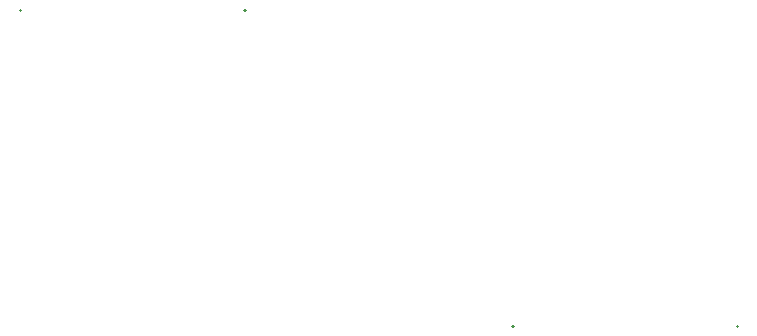
<source format=gbr>
G04*
G04 #@! TF.GenerationSoftware,Altium Limited,Altium Designer,23.0.1 (38)*
G04*
G04 Layer_Color=32896*
%FSLAX25Y25*%
%MOIN*%
G70*
G04*
G04 #@! TF.SameCoordinates,E18D91D4-50B4-47E9-96DD-EFB38571A0BB*
G04*
G04*
G04 #@! TF.FilePolarity,Positive*
G04*
G01*
G75*
%ADD12C,0.01000*%
D12*
X24614Y110606D02*
X24811Y110803D01*
X99417D02*
X99614Y110606D01*
X188886Y5394D02*
X189083Y5197D01*
X263689D02*
X263886Y5394D01*
M02*

</source>
